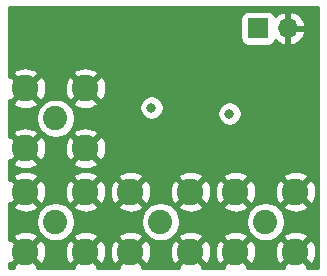
<source format=gbr>
%TF.GenerationSoftware,KiCad,Pcbnew,(5.1.6)-1*%
%TF.CreationDate,2020-09-06T17:04:42-07:00*%
%TF.ProjectId,frontendtest,66726f6e-7465-46e6-9474-6573742e6b69,rev?*%
%TF.SameCoordinates,Original*%
%TF.FileFunction,Copper,L3,Inr*%
%TF.FilePolarity,Positive*%
%FSLAX46Y46*%
G04 Gerber Fmt 4.6, Leading zero omitted, Abs format (unit mm)*
G04 Created by KiCad (PCBNEW (5.1.6)-1) date 2020-09-06 17:04:42*
%MOMM*%
%LPD*%
G01*
G04 APERTURE LIST*
%TA.AperFunction,ViaPad*%
%ADD10C,2.250000*%
%TD*%
%TA.AperFunction,ViaPad*%
%ADD11C,2.050000*%
%TD*%
%TA.AperFunction,ViaPad*%
%ADD12O,1.700000X1.700000*%
%TD*%
%TA.AperFunction,ViaPad*%
%ADD13R,1.700000X1.700000*%
%TD*%
%TA.AperFunction,ViaPad*%
%ADD14C,0.800000*%
%TD*%
%TA.AperFunction,Conductor*%
%ADD15C,0.254000*%
%TD*%
G04 APERTURE END LIST*
D10*
%TO.N,GND*%
%TO.C,J5*%
X82550000Y-130048000D03*
X82550000Y-124968000D03*
X87630000Y-124968000D03*
X87630000Y-130048000D03*
D11*
%TO.N,Net-(1M1-Pad1)*%
X85090000Y-127508000D03*
%TD*%
D12*
%TO.N,GND*%
%TO.C,J2*%
X95885000Y-111125000D03*
D13*
%TO.N,+10V*%
X93345000Y-111125000D03*
%TD*%
D10*
%TO.N,GND*%
%TO.C,J4*%
X91440000Y-130048000D03*
X91440000Y-124968000D03*
X96520000Y-124968000D03*
X96520000Y-130048000D03*
D11*
%TO.N,Net-(100k1-Pad1)*%
X93980000Y-127508000D03*
%TD*%
D10*
%TO.N,GND*%
%TO.C,J3*%
X73660000Y-130048000D03*
X73660000Y-124968000D03*
X78740000Y-124968000D03*
X78740000Y-130048000D03*
D11*
%TO.N,Net-(J3-Pad1)*%
X76200000Y-127508000D03*
%TD*%
D10*
%TO.N,GND*%
%TO.C,J1*%
X73660000Y-121285000D03*
X73660000Y-116205000D03*
X78740000Y-116205000D03*
X78740000Y-121285000D03*
D11*
%TO.N,Net-(1M1-Pad2)*%
X76200000Y-118745000D03*
%TD*%
D14*
%TO.N,GND*%
X91948000Y-119380000D03*
%TO.N,+10V*%
X84328000Y-117856000D03*
X90932000Y-118364000D03*
%TD*%
D15*
%TO.N,GND*%
G36*
X98400001Y-131420000D02*
G01*
X97505952Y-131420000D01*
X97564926Y-131272531D01*
X96520000Y-130227605D01*
X95475074Y-131272531D01*
X95534048Y-131420000D01*
X92425952Y-131420000D01*
X92484926Y-131272531D01*
X91440000Y-130227605D01*
X90395074Y-131272531D01*
X90454048Y-131420000D01*
X88615952Y-131420000D01*
X88674926Y-131272531D01*
X87630000Y-130227605D01*
X86585074Y-131272531D01*
X86644048Y-131420000D01*
X83535952Y-131420000D01*
X83594926Y-131272531D01*
X82550000Y-130227605D01*
X81505074Y-131272531D01*
X81564048Y-131420000D01*
X79725952Y-131420000D01*
X79784926Y-131272531D01*
X78740000Y-130227605D01*
X77695074Y-131272531D01*
X77754048Y-131420000D01*
X74645952Y-131420000D01*
X74704926Y-131272531D01*
X73660000Y-130227605D01*
X72615074Y-131272531D01*
X72674048Y-131420000D01*
X72288000Y-131420000D01*
X72288000Y-131033952D01*
X72435469Y-131092926D01*
X73480395Y-130048000D01*
X73839605Y-130048000D01*
X74884531Y-131092926D01*
X75161714Y-130982079D01*
X75315089Y-130671160D01*
X75404860Y-130336295D01*
X75420004Y-130105650D01*
X76972424Y-130105650D01*
X77017634Y-130449380D01*
X77129034Y-130777685D01*
X77238286Y-130982079D01*
X77515469Y-131092926D01*
X78560395Y-130048000D01*
X78919605Y-130048000D01*
X79964531Y-131092926D01*
X80241714Y-130982079D01*
X80395089Y-130671160D01*
X80484860Y-130336295D01*
X80500004Y-130105650D01*
X80782424Y-130105650D01*
X80827634Y-130449380D01*
X80939034Y-130777685D01*
X81048286Y-130982079D01*
X81325469Y-131092926D01*
X82370395Y-130048000D01*
X82729605Y-130048000D01*
X83774531Y-131092926D01*
X84051714Y-130982079D01*
X84205089Y-130671160D01*
X84294860Y-130336295D01*
X84310004Y-130105650D01*
X85862424Y-130105650D01*
X85907634Y-130449380D01*
X86019034Y-130777685D01*
X86128286Y-130982079D01*
X86405469Y-131092926D01*
X87450395Y-130048000D01*
X87809605Y-130048000D01*
X88854531Y-131092926D01*
X89131714Y-130982079D01*
X89285089Y-130671160D01*
X89374860Y-130336295D01*
X89390004Y-130105650D01*
X89672424Y-130105650D01*
X89717634Y-130449380D01*
X89829034Y-130777685D01*
X89938286Y-130982079D01*
X90215469Y-131092926D01*
X91260395Y-130048000D01*
X91619605Y-130048000D01*
X92664531Y-131092926D01*
X92941714Y-130982079D01*
X93095089Y-130671160D01*
X93184860Y-130336295D01*
X93200004Y-130105650D01*
X94752424Y-130105650D01*
X94797634Y-130449380D01*
X94909034Y-130777685D01*
X95018286Y-130982079D01*
X95295469Y-131092926D01*
X96340395Y-130048000D01*
X96699605Y-130048000D01*
X97744531Y-131092926D01*
X98021714Y-130982079D01*
X98175089Y-130671160D01*
X98264860Y-130336295D01*
X98287576Y-129990350D01*
X98242366Y-129646620D01*
X98130966Y-129318315D01*
X98021714Y-129113921D01*
X97744531Y-129003074D01*
X96699605Y-130048000D01*
X96340395Y-130048000D01*
X95295469Y-129003074D01*
X95018286Y-129113921D01*
X94864911Y-129424840D01*
X94775140Y-129759705D01*
X94752424Y-130105650D01*
X93200004Y-130105650D01*
X93207576Y-129990350D01*
X93162366Y-129646620D01*
X93050966Y-129318315D01*
X92941714Y-129113921D01*
X92664531Y-129003074D01*
X91619605Y-130048000D01*
X91260395Y-130048000D01*
X90215469Y-129003074D01*
X89938286Y-129113921D01*
X89784911Y-129424840D01*
X89695140Y-129759705D01*
X89672424Y-130105650D01*
X89390004Y-130105650D01*
X89397576Y-129990350D01*
X89352366Y-129646620D01*
X89240966Y-129318315D01*
X89131714Y-129113921D01*
X88854531Y-129003074D01*
X87809605Y-130048000D01*
X87450395Y-130048000D01*
X86405469Y-129003074D01*
X86128286Y-129113921D01*
X85974911Y-129424840D01*
X85885140Y-129759705D01*
X85862424Y-130105650D01*
X84310004Y-130105650D01*
X84317576Y-129990350D01*
X84272366Y-129646620D01*
X84160966Y-129318315D01*
X84051714Y-129113921D01*
X83774531Y-129003074D01*
X82729605Y-130048000D01*
X82370395Y-130048000D01*
X81325469Y-129003074D01*
X81048286Y-129113921D01*
X80894911Y-129424840D01*
X80805140Y-129759705D01*
X80782424Y-130105650D01*
X80500004Y-130105650D01*
X80507576Y-129990350D01*
X80462366Y-129646620D01*
X80350966Y-129318315D01*
X80241714Y-129113921D01*
X79964531Y-129003074D01*
X78919605Y-130048000D01*
X78560395Y-130048000D01*
X77515469Y-129003074D01*
X77238286Y-129113921D01*
X77084911Y-129424840D01*
X76995140Y-129759705D01*
X76972424Y-130105650D01*
X75420004Y-130105650D01*
X75427576Y-129990350D01*
X75382366Y-129646620D01*
X75270966Y-129318315D01*
X75161714Y-129113921D01*
X74884531Y-129003074D01*
X73839605Y-130048000D01*
X73480395Y-130048000D01*
X72435469Y-129003074D01*
X72288000Y-129062048D01*
X72288000Y-128823469D01*
X72615074Y-128823469D01*
X73660000Y-129868395D01*
X74704926Y-128823469D01*
X74594079Y-128546286D01*
X74283160Y-128392911D01*
X73948295Y-128303140D01*
X73602350Y-128280424D01*
X73258620Y-128325634D01*
X72930315Y-128437034D01*
X72725921Y-128546286D01*
X72615074Y-128823469D01*
X72288000Y-128823469D01*
X72288000Y-127344504D01*
X74540000Y-127344504D01*
X74540000Y-127671496D01*
X74603793Y-127992204D01*
X74728927Y-128294305D01*
X74910594Y-128566188D01*
X75141812Y-128797406D01*
X75413695Y-128979073D01*
X75715796Y-129104207D01*
X76036504Y-129168000D01*
X76363496Y-129168000D01*
X76684204Y-129104207D01*
X76986305Y-128979073D01*
X77219182Y-128823469D01*
X77695074Y-128823469D01*
X78740000Y-129868395D01*
X79784926Y-128823469D01*
X81505074Y-128823469D01*
X82550000Y-129868395D01*
X83594926Y-128823469D01*
X83484079Y-128546286D01*
X83173160Y-128392911D01*
X82838295Y-128303140D01*
X82492350Y-128280424D01*
X82148620Y-128325634D01*
X81820315Y-128437034D01*
X81615921Y-128546286D01*
X81505074Y-128823469D01*
X79784926Y-128823469D01*
X79674079Y-128546286D01*
X79363160Y-128392911D01*
X79028295Y-128303140D01*
X78682350Y-128280424D01*
X78338620Y-128325634D01*
X78010315Y-128437034D01*
X77805921Y-128546286D01*
X77695074Y-128823469D01*
X77219182Y-128823469D01*
X77258188Y-128797406D01*
X77489406Y-128566188D01*
X77671073Y-128294305D01*
X77796207Y-127992204D01*
X77860000Y-127671496D01*
X77860000Y-127344504D01*
X83430000Y-127344504D01*
X83430000Y-127671496D01*
X83493793Y-127992204D01*
X83618927Y-128294305D01*
X83800594Y-128566188D01*
X84031812Y-128797406D01*
X84303695Y-128979073D01*
X84605796Y-129104207D01*
X84926504Y-129168000D01*
X85253496Y-129168000D01*
X85574204Y-129104207D01*
X85876305Y-128979073D01*
X86109182Y-128823469D01*
X86585074Y-128823469D01*
X87630000Y-129868395D01*
X88674926Y-128823469D01*
X90395074Y-128823469D01*
X91440000Y-129868395D01*
X92484926Y-128823469D01*
X92374079Y-128546286D01*
X92063160Y-128392911D01*
X91728295Y-128303140D01*
X91382350Y-128280424D01*
X91038620Y-128325634D01*
X90710315Y-128437034D01*
X90505921Y-128546286D01*
X90395074Y-128823469D01*
X88674926Y-128823469D01*
X88564079Y-128546286D01*
X88253160Y-128392911D01*
X87918295Y-128303140D01*
X87572350Y-128280424D01*
X87228620Y-128325634D01*
X86900315Y-128437034D01*
X86695921Y-128546286D01*
X86585074Y-128823469D01*
X86109182Y-128823469D01*
X86148188Y-128797406D01*
X86379406Y-128566188D01*
X86561073Y-128294305D01*
X86686207Y-127992204D01*
X86750000Y-127671496D01*
X86750000Y-127344504D01*
X92320000Y-127344504D01*
X92320000Y-127671496D01*
X92383793Y-127992204D01*
X92508927Y-128294305D01*
X92690594Y-128566188D01*
X92921812Y-128797406D01*
X93193695Y-128979073D01*
X93495796Y-129104207D01*
X93816504Y-129168000D01*
X94143496Y-129168000D01*
X94464204Y-129104207D01*
X94766305Y-128979073D01*
X94999182Y-128823469D01*
X95475074Y-128823469D01*
X96520000Y-129868395D01*
X97564926Y-128823469D01*
X97454079Y-128546286D01*
X97143160Y-128392911D01*
X96808295Y-128303140D01*
X96462350Y-128280424D01*
X96118620Y-128325634D01*
X95790315Y-128437034D01*
X95585921Y-128546286D01*
X95475074Y-128823469D01*
X94999182Y-128823469D01*
X95038188Y-128797406D01*
X95269406Y-128566188D01*
X95451073Y-128294305D01*
X95576207Y-127992204D01*
X95640000Y-127671496D01*
X95640000Y-127344504D01*
X95576207Y-127023796D01*
X95451073Y-126721695D01*
X95269406Y-126449812D01*
X95038188Y-126218594D01*
X94999183Y-126192531D01*
X95475074Y-126192531D01*
X95585921Y-126469714D01*
X95896840Y-126623089D01*
X96231705Y-126712860D01*
X96577650Y-126735576D01*
X96921380Y-126690366D01*
X97249685Y-126578966D01*
X97454079Y-126469714D01*
X97564926Y-126192531D01*
X96520000Y-125147605D01*
X95475074Y-126192531D01*
X94999183Y-126192531D01*
X94766305Y-126036927D01*
X94464204Y-125911793D01*
X94143496Y-125848000D01*
X93816504Y-125848000D01*
X93495796Y-125911793D01*
X93193695Y-126036927D01*
X92921812Y-126218594D01*
X92690594Y-126449812D01*
X92508927Y-126721695D01*
X92383793Y-127023796D01*
X92320000Y-127344504D01*
X86750000Y-127344504D01*
X86686207Y-127023796D01*
X86561073Y-126721695D01*
X86379406Y-126449812D01*
X86148188Y-126218594D01*
X86109183Y-126192531D01*
X86585074Y-126192531D01*
X86695921Y-126469714D01*
X87006840Y-126623089D01*
X87341705Y-126712860D01*
X87687650Y-126735576D01*
X88031380Y-126690366D01*
X88359685Y-126578966D01*
X88564079Y-126469714D01*
X88674926Y-126192531D01*
X90395074Y-126192531D01*
X90505921Y-126469714D01*
X90816840Y-126623089D01*
X91151705Y-126712860D01*
X91497650Y-126735576D01*
X91841380Y-126690366D01*
X92169685Y-126578966D01*
X92374079Y-126469714D01*
X92484926Y-126192531D01*
X91440000Y-125147605D01*
X90395074Y-126192531D01*
X88674926Y-126192531D01*
X87630000Y-125147605D01*
X86585074Y-126192531D01*
X86109183Y-126192531D01*
X85876305Y-126036927D01*
X85574204Y-125911793D01*
X85253496Y-125848000D01*
X84926504Y-125848000D01*
X84605796Y-125911793D01*
X84303695Y-126036927D01*
X84031812Y-126218594D01*
X83800594Y-126449812D01*
X83618927Y-126721695D01*
X83493793Y-127023796D01*
X83430000Y-127344504D01*
X77860000Y-127344504D01*
X77796207Y-127023796D01*
X77671073Y-126721695D01*
X77489406Y-126449812D01*
X77258188Y-126218594D01*
X77219183Y-126192531D01*
X77695074Y-126192531D01*
X77805921Y-126469714D01*
X78116840Y-126623089D01*
X78451705Y-126712860D01*
X78797650Y-126735576D01*
X79141380Y-126690366D01*
X79469685Y-126578966D01*
X79674079Y-126469714D01*
X79784926Y-126192531D01*
X81505074Y-126192531D01*
X81615921Y-126469714D01*
X81926840Y-126623089D01*
X82261705Y-126712860D01*
X82607650Y-126735576D01*
X82951380Y-126690366D01*
X83279685Y-126578966D01*
X83484079Y-126469714D01*
X83594926Y-126192531D01*
X82550000Y-125147605D01*
X81505074Y-126192531D01*
X79784926Y-126192531D01*
X78740000Y-125147605D01*
X77695074Y-126192531D01*
X77219183Y-126192531D01*
X76986305Y-126036927D01*
X76684204Y-125911793D01*
X76363496Y-125848000D01*
X76036504Y-125848000D01*
X75715796Y-125911793D01*
X75413695Y-126036927D01*
X75141812Y-126218594D01*
X74910594Y-126449812D01*
X74728927Y-126721695D01*
X74603793Y-127023796D01*
X74540000Y-127344504D01*
X72288000Y-127344504D01*
X72288000Y-126192531D01*
X72615074Y-126192531D01*
X72725921Y-126469714D01*
X73036840Y-126623089D01*
X73371705Y-126712860D01*
X73717650Y-126735576D01*
X74061380Y-126690366D01*
X74389685Y-126578966D01*
X74594079Y-126469714D01*
X74704926Y-126192531D01*
X73660000Y-125147605D01*
X72615074Y-126192531D01*
X72288000Y-126192531D01*
X72288000Y-125953952D01*
X72435469Y-126012926D01*
X73480395Y-124968000D01*
X73839605Y-124968000D01*
X74884531Y-126012926D01*
X75161714Y-125902079D01*
X75315089Y-125591160D01*
X75404860Y-125256295D01*
X75420004Y-125025650D01*
X76972424Y-125025650D01*
X77017634Y-125369380D01*
X77129034Y-125697685D01*
X77238286Y-125902079D01*
X77515469Y-126012926D01*
X78560395Y-124968000D01*
X78919605Y-124968000D01*
X79964531Y-126012926D01*
X80241714Y-125902079D01*
X80395089Y-125591160D01*
X80484860Y-125256295D01*
X80500004Y-125025650D01*
X80782424Y-125025650D01*
X80827634Y-125369380D01*
X80939034Y-125697685D01*
X81048286Y-125902079D01*
X81325469Y-126012926D01*
X82370395Y-124968000D01*
X82729605Y-124968000D01*
X83774531Y-126012926D01*
X84051714Y-125902079D01*
X84205089Y-125591160D01*
X84294860Y-125256295D01*
X84310004Y-125025650D01*
X85862424Y-125025650D01*
X85907634Y-125369380D01*
X86019034Y-125697685D01*
X86128286Y-125902079D01*
X86405469Y-126012926D01*
X87450395Y-124968000D01*
X87809605Y-124968000D01*
X88854531Y-126012926D01*
X89131714Y-125902079D01*
X89285089Y-125591160D01*
X89374860Y-125256295D01*
X89390004Y-125025650D01*
X89672424Y-125025650D01*
X89717634Y-125369380D01*
X89829034Y-125697685D01*
X89938286Y-125902079D01*
X90215469Y-126012926D01*
X91260395Y-124968000D01*
X91619605Y-124968000D01*
X92664531Y-126012926D01*
X92941714Y-125902079D01*
X93095089Y-125591160D01*
X93184860Y-125256295D01*
X93200004Y-125025650D01*
X94752424Y-125025650D01*
X94797634Y-125369380D01*
X94909034Y-125697685D01*
X95018286Y-125902079D01*
X95295469Y-126012926D01*
X96340395Y-124968000D01*
X96699605Y-124968000D01*
X97744531Y-126012926D01*
X98021714Y-125902079D01*
X98175089Y-125591160D01*
X98264860Y-125256295D01*
X98287576Y-124910350D01*
X98242366Y-124566620D01*
X98130966Y-124238315D01*
X98021714Y-124033921D01*
X97744531Y-123923074D01*
X96699605Y-124968000D01*
X96340395Y-124968000D01*
X95295469Y-123923074D01*
X95018286Y-124033921D01*
X94864911Y-124344840D01*
X94775140Y-124679705D01*
X94752424Y-125025650D01*
X93200004Y-125025650D01*
X93207576Y-124910350D01*
X93162366Y-124566620D01*
X93050966Y-124238315D01*
X92941714Y-124033921D01*
X92664531Y-123923074D01*
X91619605Y-124968000D01*
X91260395Y-124968000D01*
X90215469Y-123923074D01*
X89938286Y-124033921D01*
X89784911Y-124344840D01*
X89695140Y-124679705D01*
X89672424Y-125025650D01*
X89390004Y-125025650D01*
X89397576Y-124910350D01*
X89352366Y-124566620D01*
X89240966Y-124238315D01*
X89131714Y-124033921D01*
X88854531Y-123923074D01*
X87809605Y-124968000D01*
X87450395Y-124968000D01*
X86405469Y-123923074D01*
X86128286Y-124033921D01*
X85974911Y-124344840D01*
X85885140Y-124679705D01*
X85862424Y-125025650D01*
X84310004Y-125025650D01*
X84317576Y-124910350D01*
X84272366Y-124566620D01*
X84160966Y-124238315D01*
X84051714Y-124033921D01*
X83774531Y-123923074D01*
X82729605Y-124968000D01*
X82370395Y-124968000D01*
X81325469Y-123923074D01*
X81048286Y-124033921D01*
X80894911Y-124344840D01*
X80805140Y-124679705D01*
X80782424Y-125025650D01*
X80500004Y-125025650D01*
X80507576Y-124910350D01*
X80462366Y-124566620D01*
X80350966Y-124238315D01*
X80241714Y-124033921D01*
X79964531Y-123923074D01*
X78919605Y-124968000D01*
X78560395Y-124968000D01*
X77515469Y-123923074D01*
X77238286Y-124033921D01*
X77084911Y-124344840D01*
X76995140Y-124679705D01*
X76972424Y-125025650D01*
X75420004Y-125025650D01*
X75427576Y-124910350D01*
X75382366Y-124566620D01*
X75270966Y-124238315D01*
X75161714Y-124033921D01*
X74884531Y-123923074D01*
X73839605Y-124968000D01*
X73480395Y-124968000D01*
X72435469Y-123923074D01*
X72288000Y-123982048D01*
X72288000Y-123743469D01*
X72615074Y-123743469D01*
X73660000Y-124788395D01*
X74704926Y-123743469D01*
X77695074Y-123743469D01*
X78740000Y-124788395D01*
X79784926Y-123743469D01*
X81505074Y-123743469D01*
X82550000Y-124788395D01*
X83594926Y-123743469D01*
X86585074Y-123743469D01*
X87630000Y-124788395D01*
X88674926Y-123743469D01*
X90395074Y-123743469D01*
X91440000Y-124788395D01*
X92484926Y-123743469D01*
X95475074Y-123743469D01*
X96520000Y-124788395D01*
X97564926Y-123743469D01*
X97454079Y-123466286D01*
X97143160Y-123312911D01*
X96808295Y-123223140D01*
X96462350Y-123200424D01*
X96118620Y-123245634D01*
X95790315Y-123357034D01*
X95585921Y-123466286D01*
X95475074Y-123743469D01*
X92484926Y-123743469D01*
X92374079Y-123466286D01*
X92063160Y-123312911D01*
X91728295Y-123223140D01*
X91382350Y-123200424D01*
X91038620Y-123245634D01*
X90710315Y-123357034D01*
X90505921Y-123466286D01*
X90395074Y-123743469D01*
X88674926Y-123743469D01*
X88564079Y-123466286D01*
X88253160Y-123312911D01*
X87918295Y-123223140D01*
X87572350Y-123200424D01*
X87228620Y-123245634D01*
X86900315Y-123357034D01*
X86695921Y-123466286D01*
X86585074Y-123743469D01*
X83594926Y-123743469D01*
X83484079Y-123466286D01*
X83173160Y-123312911D01*
X82838295Y-123223140D01*
X82492350Y-123200424D01*
X82148620Y-123245634D01*
X81820315Y-123357034D01*
X81615921Y-123466286D01*
X81505074Y-123743469D01*
X79784926Y-123743469D01*
X79674079Y-123466286D01*
X79363160Y-123312911D01*
X79028295Y-123223140D01*
X78682350Y-123200424D01*
X78338620Y-123245634D01*
X78010315Y-123357034D01*
X77805921Y-123466286D01*
X77695074Y-123743469D01*
X74704926Y-123743469D01*
X74594079Y-123466286D01*
X74283160Y-123312911D01*
X73948295Y-123223140D01*
X73602350Y-123200424D01*
X73258620Y-123245634D01*
X72930315Y-123357034D01*
X72725921Y-123466286D01*
X72615074Y-123743469D01*
X72288000Y-123743469D01*
X72288000Y-122509531D01*
X72615074Y-122509531D01*
X72725921Y-122786714D01*
X73036840Y-122940089D01*
X73371705Y-123029860D01*
X73717650Y-123052576D01*
X74061380Y-123007366D01*
X74389685Y-122895966D01*
X74594079Y-122786714D01*
X74704926Y-122509531D01*
X77695074Y-122509531D01*
X77805921Y-122786714D01*
X78116840Y-122940089D01*
X78451705Y-123029860D01*
X78797650Y-123052576D01*
X79141380Y-123007366D01*
X79469685Y-122895966D01*
X79674079Y-122786714D01*
X79784926Y-122509531D01*
X78740000Y-121464605D01*
X77695074Y-122509531D01*
X74704926Y-122509531D01*
X73660000Y-121464605D01*
X72615074Y-122509531D01*
X72288000Y-122509531D01*
X72288000Y-122270952D01*
X72435469Y-122329926D01*
X73480395Y-121285000D01*
X73839605Y-121285000D01*
X74884531Y-122329926D01*
X75161714Y-122219079D01*
X75315089Y-121908160D01*
X75404860Y-121573295D01*
X75420004Y-121342650D01*
X76972424Y-121342650D01*
X77017634Y-121686380D01*
X77129034Y-122014685D01*
X77238286Y-122219079D01*
X77515469Y-122329926D01*
X78560395Y-121285000D01*
X78919605Y-121285000D01*
X79964531Y-122329926D01*
X80241714Y-122219079D01*
X80395089Y-121908160D01*
X80484860Y-121573295D01*
X80507576Y-121227350D01*
X80462366Y-120883620D01*
X80350966Y-120555315D01*
X80241714Y-120350921D01*
X79964531Y-120240074D01*
X78919605Y-121285000D01*
X78560395Y-121285000D01*
X77515469Y-120240074D01*
X77238286Y-120350921D01*
X77084911Y-120661840D01*
X76995140Y-120996705D01*
X76972424Y-121342650D01*
X75420004Y-121342650D01*
X75427576Y-121227350D01*
X75382366Y-120883620D01*
X75270966Y-120555315D01*
X75161714Y-120350921D01*
X74884531Y-120240074D01*
X73839605Y-121285000D01*
X73480395Y-121285000D01*
X72435469Y-120240074D01*
X72288000Y-120299048D01*
X72288000Y-120060469D01*
X72615074Y-120060469D01*
X73660000Y-121105395D01*
X74704926Y-120060469D01*
X74594079Y-119783286D01*
X74283160Y-119629911D01*
X73948295Y-119540140D01*
X73602350Y-119517424D01*
X73258620Y-119562634D01*
X72930315Y-119674034D01*
X72725921Y-119783286D01*
X72615074Y-120060469D01*
X72288000Y-120060469D01*
X72288000Y-118581504D01*
X74540000Y-118581504D01*
X74540000Y-118908496D01*
X74603793Y-119229204D01*
X74728927Y-119531305D01*
X74910594Y-119803188D01*
X75141812Y-120034406D01*
X75413695Y-120216073D01*
X75715796Y-120341207D01*
X76036504Y-120405000D01*
X76363496Y-120405000D01*
X76684204Y-120341207D01*
X76986305Y-120216073D01*
X77219182Y-120060469D01*
X77695074Y-120060469D01*
X78740000Y-121105395D01*
X79784926Y-120060469D01*
X79674079Y-119783286D01*
X79363160Y-119629911D01*
X79028295Y-119540140D01*
X78682350Y-119517424D01*
X78338620Y-119562634D01*
X78010315Y-119674034D01*
X77805921Y-119783286D01*
X77695074Y-120060469D01*
X77219182Y-120060469D01*
X77258188Y-120034406D01*
X77489406Y-119803188D01*
X77671073Y-119531305D01*
X77796207Y-119229204D01*
X77860000Y-118908496D01*
X77860000Y-118581504D01*
X77796207Y-118260796D01*
X77671073Y-117958695D01*
X77489406Y-117686812D01*
X77258188Y-117455594D01*
X77219183Y-117429531D01*
X77695074Y-117429531D01*
X77805921Y-117706714D01*
X78116840Y-117860089D01*
X78451705Y-117949860D01*
X78797650Y-117972576D01*
X79141380Y-117927366D01*
X79469685Y-117815966D01*
X79585499Y-117754061D01*
X83293000Y-117754061D01*
X83293000Y-117957939D01*
X83332774Y-118157898D01*
X83410795Y-118346256D01*
X83524063Y-118515774D01*
X83668226Y-118659937D01*
X83837744Y-118773205D01*
X84026102Y-118851226D01*
X84226061Y-118891000D01*
X84429939Y-118891000D01*
X84629898Y-118851226D01*
X84818256Y-118773205D01*
X84987774Y-118659937D01*
X85131937Y-118515774D01*
X85245205Y-118346256D01*
X85280079Y-118262061D01*
X89897000Y-118262061D01*
X89897000Y-118465939D01*
X89936774Y-118665898D01*
X90014795Y-118854256D01*
X90128063Y-119023774D01*
X90272226Y-119167937D01*
X90441744Y-119281205D01*
X90630102Y-119359226D01*
X90830061Y-119399000D01*
X91033939Y-119399000D01*
X91233898Y-119359226D01*
X91422256Y-119281205D01*
X91591774Y-119167937D01*
X91735937Y-119023774D01*
X91849205Y-118854256D01*
X91927226Y-118665898D01*
X91967000Y-118465939D01*
X91967000Y-118262061D01*
X91927226Y-118062102D01*
X91849205Y-117873744D01*
X91735937Y-117704226D01*
X91591774Y-117560063D01*
X91422256Y-117446795D01*
X91233898Y-117368774D01*
X91033939Y-117329000D01*
X90830061Y-117329000D01*
X90630102Y-117368774D01*
X90441744Y-117446795D01*
X90272226Y-117560063D01*
X90128063Y-117704226D01*
X90014795Y-117873744D01*
X89936774Y-118062102D01*
X89897000Y-118262061D01*
X85280079Y-118262061D01*
X85323226Y-118157898D01*
X85363000Y-117957939D01*
X85363000Y-117754061D01*
X85323226Y-117554102D01*
X85245205Y-117365744D01*
X85131937Y-117196226D01*
X84987774Y-117052063D01*
X84818256Y-116938795D01*
X84629898Y-116860774D01*
X84429939Y-116821000D01*
X84226061Y-116821000D01*
X84026102Y-116860774D01*
X83837744Y-116938795D01*
X83668226Y-117052063D01*
X83524063Y-117196226D01*
X83410795Y-117365744D01*
X83332774Y-117554102D01*
X83293000Y-117754061D01*
X79585499Y-117754061D01*
X79674079Y-117706714D01*
X79784926Y-117429531D01*
X78740000Y-116384605D01*
X77695074Y-117429531D01*
X77219183Y-117429531D01*
X76986305Y-117273927D01*
X76684204Y-117148793D01*
X76363496Y-117085000D01*
X76036504Y-117085000D01*
X75715796Y-117148793D01*
X75413695Y-117273927D01*
X75141812Y-117455594D01*
X74910594Y-117686812D01*
X74728927Y-117958695D01*
X74603793Y-118260796D01*
X74540000Y-118581504D01*
X72288000Y-118581504D01*
X72288000Y-117429531D01*
X72615074Y-117429531D01*
X72725921Y-117706714D01*
X73036840Y-117860089D01*
X73371705Y-117949860D01*
X73717650Y-117972576D01*
X74061380Y-117927366D01*
X74389685Y-117815966D01*
X74594079Y-117706714D01*
X74704926Y-117429531D01*
X73660000Y-116384605D01*
X72615074Y-117429531D01*
X72288000Y-117429531D01*
X72288000Y-117190952D01*
X72435469Y-117249926D01*
X73480395Y-116205000D01*
X73839605Y-116205000D01*
X74884531Y-117249926D01*
X75161714Y-117139079D01*
X75315089Y-116828160D01*
X75404860Y-116493295D01*
X75420004Y-116262650D01*
X76972424Y-116262650D01*
X77017634Y-116606380D01*
X77129034Y-116934685D01*
X77238286Y-117139079D01*
X77515469Y-117249926D01*
X78560395Y-116205000D01*
X78919605Y-116205000D01*
X79964531Y-117249926D01*
X80241714Y-117139079D01*
X80395089Y-116828160D01*
X80484860Y-116493295D01*
X80507576Y-116147350D01*
X80462366Y-115803620D01*
X80350966Y-115475315D01*
X80241714Y-115270921D01*
X79964531Y-115160074D01*
X78919605Y-116205000D01*
X78560395Y-116205000D01*
X77515469Y-115160074D01*
X77238286Y-115270921D01*
X77084911Y-115581840D01*
X76995140Y-115916705D01*
X76972424Y-116262650D01*
X75420004Y-116262650D01*
X75427576Y-116147350D01*
X75382366Y-115803620D01*
X75270966Y-115475315D01*
X75161714Y-115270921D01*
X74884531Y-115160074D01*
X73839605Y-116205000D01*
X73480395Y-116205000D01*
X72435469Y-115160074D01*
X72288000Y-115219048D01*
X72288000Y-114980469D01*
X72615074Y-114980469D01*
X73660000Y-116025395D01*
X74704926Y-114980469D01*
X77695074Y-114980469D01*
X78740000Y-116025395D01*
X79784926Y-114980469D01*
X79674079Y-114703286D01*
X79363160Y-114549911D01*
X79028295Y-114460140D01*
X78682350Y-114437424D01*
X78338620Y-114482634D01*
X78010315Y-114594034D01*
X77805921Y-114703286D01*
X77695074Y-114980469D01*
X74704926Y-114980469D01*
X74594079Y-114703286D01*
X74283160Y-114549911D01*
X73948295Y-114460140D01*
X73602350Y-114437424D01*
X73258620Y-114482634D01*
X72930315Y-114594034D01*
X72725921Y-114703286D01*
X72615074Y-114980469D01*
X72288000Y-114980469D01*
X72288000Y-110275000D01*
X91856928Y-110275000D01*
X91856928Y-111975000D01*
X91869188Y-112099482D01*
X91905498Y-112219180D01*
X91964463Y-112329494D01*
X92043815Y-112426185D01*
X92140506Y-112505537D01*
X92250820Y-112564502D01*
X92370518Y-112600812D01*
X92495000Y-112613072D01*
X94195000Y-112613072D01*
X94319482Y-112600812D01*
X94439180Y-112564502D01*
X94549494Y-112505537D01*
X94646185Y-112426185D01*
X94725537Y-112329494D01*
X94784502Y-112219180D01*
X94808966Y-112138534D01*
X94884731Y-112222588D01*
X95118080Y-112396641D01*
X95380901Y-112521825D01*
X95528110Y-112566476D01*
X95758000Y-112445155D01*
X95758000Y-111252000D01*
X96012000Y-111252000D01*
X96012000Y-112445155D01*
X96241890Y-112566476D01*
X96389099Y-112521825D01*
X96651920Y-112396641D01*
X96885269Y-112222588D01*
X97080178Y-112006355D01*
X97229157Y-111756252D01*
X97326481Y-111481891D01*
X97205814Y-111252000D01*
X96012000Y-111252000D01*
X95758000Y-111252000D01*
X95738000Y-111252000D01*
X95738000Y-110998000D01*
X95758000Y-110998000D01*
X95758000Y-109804845D01*
X96012000Y-109804845D01*
X96012000Y-110998000D01*
X97205814Y-110998000D01*
X97326481Y-110768109D01*
X97229157Y-110493748D01*
X97080178Y-110243645D01*
X96885269Y-110027412D01*
X96651920Y-109853359D01*
X96389099Y-109728175D01*
X96241890Y-109683524D01*
X96012000Y-109804845D01*
X95758000Y-109804845D01*
X95528110Y-109683524D01*
X95380901Y-109728175D01*
X95118080Y-109853359D01*
X94884731Y-110027412D01*
X94808966Y-110111466D01*
X94784502Y-110030820D01*
X94725537Y-109920506D01*
X94646185Y-109823815D01*
X94549494Y-109744463D01*
X94439180Y-109685498D01*
X94319482Y-109649188D01*
X94195000Y-109636928D01*
X92495000Y-109636928D01*
X92370518Y-109649188D01*
X92250820Y-109685498D01*
X92140506Y-109744463D01*
X92043815Y-109823815D01*
X91964463Y-109920506D01*
X91905498Y-110030820D01*
X91869188Y-110150518D01*
X91856928Y-110275000D01*
X72288000Y-110275000D01*
X72288000Y-109372000D01*
X98400000Y-109372000D01*
X98400001Y-131420000D01*
G37*
X98400001Y-131420000D02*
X97505952Y-131420000D01*
X97564926Y-131272531D01*
X96520000Y-130227605D01*
X95475074Y-131272531D01*
X95534048Y-131420000D01*
X92425952Y-131420000D01*
X92484926Y-131272531D01*
X91440000Y-130227605D01*
X90395074Y-131272531D01*
X90454048Y-131420000D01*
X88615952Y-131420000D01*
X88674926Y-131272531D01*
X87630000Y-130227605D01*
X86585074Y-131272531D01*
X86644048Y-131420000D01*
X83535952Y-131420000D01*
X83594926Y-131272531D01*
X82550000Y-130227605D01*
X81505074Y-131272531D01*
X81564048Y-131420000D01*
X79725952Y-131420000D01*
X79784926Y-131272531D01*
X78740000Y-130227605D01*
X77695074Y-131272531D01*
X77754048Y-131420000D01*
X74645952Y-131420000D01*
X74704926Y-131272531D01*
X73660000Y-130227605D01*
X72615074Y-131272531D01*
X72674048Y-131420000D01*
X72288000Y-131420000D01*
X72288000Y-131033952D01*
X72435469Y-131092926D01*
X73480395Y-130048000D01*
X73839605Y-130048000D01*
X74884531Y-131092926D01*
X75161714Y-130982079D01*
X75315089Y-130671160D01*
X75404860Y-130336295D01*
X75420004Y-130105650D01*
X76972424Y-130105650D01*
X77017634Y-130449380D01*
X77129034Y-130777685D01*
X77238286Y-130982079D01*
X77515469Y-131092926D01*
X78560395Y-130048000D01*
X78919605Y-130048000D01*
X79964531Y-131092926D01*
X80241714Y-130982079D01*
X80395089Y-130671160D01*
X80484860Y-130336295D01*
X80500004Y-130105650D01*
X80782424Y-130105650D01*
X80827634Y-130449380D01*
X80939034Y-130777685D01*
X81048286Y-130982079D01*
X81325469Y-131092926D01*
X82370395Y-130048000D01*
X82729605Y-130048000D01*
X83774531Y-131092926D01*
X84051714Y-130982079D01*
X84205089Y-130671160D01*
X84294860Y-130336295D01*
X84310004Y-130105650D01*
X85862424Y-130105650D01*
X85907634Y-130449380D01*
X86019034Y-130777685D01*
X86128286Y-130982079D01*
X86405469Y-131092926D01*
X87450395Y-130048000D01*
X87809605Y-130048000D01*
X88854531Y-131092926D01*
X89131714Y-130982079D01*
X89285089Y-130671160D01*
X89374860Y-130336295D01*
X89390004Y-130105650D01*
X89672424Y-130105650D01*
X89717634Y-130449380D01*
X89829034Y-130777685D01*
X89938286Y-130982079D01*
X90215469Y-131092926D01*
X91260395Y-130048000D01*
X91619605Y-130048000D01*
X92664531Y-131092926D01*
X92941714Y-130982079D01*
X93095089Y-130671160D01*
X93184860Y-130336295D01*
X93200004Y-130105650D01*
X94752424Y-130105650D01*
X94797634Y-130449380D01*
X94909034Y-130777685D01*
X95018286Y-130982079D01*
X95295469Y-131092926D01*
X96340395Y-130048000D01*
X96699605Y-130048000D01*
X97744531Y-131092926D01*
X98021714Y-130982079D01*
X98175089Y-130671160D01*
X98264860Y-130336295D01*
X98287576Y-129990350D01*
X98242366Y-129646620D01*
X98130966Y-129318315D01*
X98021714Y-129113921D01*
X97744531Y-129003074D01*
X96699605Y-130048000D01*
X96340395Y-130048000D01*
X95295469Y-129003074D01*
X95018286Y-129113921D01*
X94864911Y-129424840D01*
X94775140Y-129759705D01*
X94752424Y-130105650D01*
X93200004Y-130105650D01*
X93207576Y-129990350D01*
X93162366Y-129646620D01*
X93050966Y-129318315D01*
X92941714Y-129113921D01*
X92664531Y-129003074D01*
X91619605Y-130048000D01*
X91260395Y-130048000D01*
X90215469Y-129003074D01*
X89938286Y-129113921D01*
X89784911Y-129424840D01*
X89695140Y-129759705D01*
X89672424Y-130105650D01*
X89390004Y-130105650D01*
X89397576Y-129990350D01*
X89352366Y-129646620D01*
X89240966Y-129318315D01*
X89131714Y-129113921D01*
X88854531Y-129003074D01*
X87809605Y-130048000D01*
X87450395Y-130048000D01*
X86405469Y-129003074D01*
X86128286Y-129113921D01*
X85974911Y-129424840D01*
X85885140Y-129759705D01*
X85862424Y-130105650D01*
X84310004Y-130105650D01*
X84317576Y-129990350D01*
X84272366Y-129646620D01*
X84160966Y-129318315D01*
X84051714Y-129113921D01*
X83774531Y-129003074D01*
X82729605Y-130048000D01*
X82370395Y-130048000D01*
X81325469Y-129003074D01*
X81048286Y-129113921D01*
X80894911Y-129424840D01*
X80805140Y-129759705D01*
X80782424Y-130105650D01*
X80500004Y-130105650D01*
X80507576Y-129990350D01*
X80462366Y-129646620D01*
X80350966Y-129318315D01*
X80241714Y-129113921D01*
X79964531Y-129003074D01*
X78919605Y-130048000D01*
X78560395Y-130048000D01*
X77515469Y-129003074D01*
X77238286Y-129113921D01*
X77084911Y-129424840D01*
X76995140Y-129759705D01*
X76972424Y-130105650D01*
X75420004Y-130105650D01*
X75427576Y-129990350D01*
X75382366Y-129646620D01*
X75270966Y-129318315D01*
X75161714Y-129113921D01*
X74884531Y-129003074D01*
X73839605Y-130048000D01*
X73480395Y-130048000D01*
X72435469Y-129003074D01*
X72288000Y-129062048D01*
X72288000Y-128823469D01*
X72615074Y-128823469D01*
X73660000Y-129868395D01*
X74704926Y-128823469D01*
X74594079Y-128546286D01*
X74283160Y-128392911D01*
X73948295Y-128303140D01*
X73602350Y-128280424D01*
X73258620Y-128325634D01*
X72930315Y-128437034D01*
X72725921Y-128546286D01*
X72615074Y-128823469D01*
X72288000Y-128823469D01*
X72288000Y-127344504D01*
X74540000Y-127344504D01*
X74540000Y-127671496D01*
X74603793Y-127992204D01*
X74728927Y-128294305D01*
X74910594Y-128566188D01*
X75141812Y-128797406D01*
X75413695Y-128979073D01*
X75715796Y-129104207D01*
X76036504Y-129168000D01*
X76363496Y-129168000D01*
X76684204Y-129104207D01*
X76986305Y-128979073D01*
X77219182Y-128823469D01*
X77695074Y-128823469D01*
X78740000Y-129868395D01*
X79784926Y-128823469D01*
X81505074Y-128823469D01*
X82550000Y-129868395D01*
X83594926Y-128823469D01*
X83484079Y-128546286D01*
X83173160Y-128392911D01*
X82838295Y-128303140D01*
X82492350Y-128280424D01*
X82148620Y-128325634D01*
X81820315Y-128437034D01*
X81615921Y-128546286D01*
X81505074Y-128823469D01*
X79784926Y-128823469D01*
X79674079Y-128546286D01*
X79363160Y-128392911D01*
X79028295Y-128303140D01*
X78682350Y-128280424D01*
X78338620Y-128325634D01*
X78010315Y-128437034D01*
X77805921Y-128546286D01*
X77695074Y-128823469D01*
X77219182Y-128823469D01*
X77258188Y-128797406D01*
X77489406Y-128566188D01*
X77671073Y-128294305D01*
X77796207Y-127992204D01*
X77860000Y-127671496D01*
X77860000Y-127344504D01*
X83430000Y-127344504D01*
X83430000Y-127671496D01*
X83493793Y-127992204D01*
X83618927Y-128294305D01*
X83800594Y-128566188D01*
X84031812Y-128797406D01*
X84303695Y-128979073D01*
X84605796Y-129104207D01*
X84926504Y-129168000D01*
X85253496Y-129168000D01*
X85574204Y-129104207D01*
X85876305Y-128979073D01*
X86109182Y-128823469D01*
X86585074Y-128823469D01*
X87630000Y-129868395D01*
X88674926Y-128823469D01*
X90395074Y-128823469D01*
X91440000Y-129868395D01*
X92484926Y-128823469D01*
X92374079Y-128546286D01*
X92063160Y-128392911D01*
X91728295Y-128303140D01*
X91382350Y-128280424D01*
X91038620Y-128325634D01*
X90710315Y-128437034D01*
X90505921Y-128546286D01*
X90395074Y-128823469D01*
X88674926Y-128823469D01*
X88564079Y-128546286D01*
X88253160Y-128392911D01*
X87918295Y-128303140D01*
X87572350Y-128280424D01*
X87228620Y-128325634D01*
X86900315Y-128437034D01*
X86695921Y-128546286D01*
X86585074Y-128823469D01*
X86109182Y-128823469D01*
X86148188Y-128797406D01*
X86379406Y-128566188D01*
X86561073Y-128294305D01*
X86686207Y-127992204D01*
X86750000Y-127671496D01*
X86750000Y-127344504D01*
X92320000Y-127344504D01*
X92320000Y-127671496D01*
X92383793Y-127992204D01*
X92508927Y-128294305D01*
X92690594Y-128566188D01*
X92921812Y-128797406D01*
X93193695Y-128979073D01*
X93495796Y-129104207D01*
X93816504Y-129168000D01*
X94143496Y-129168000D01*
X94464204Y-129104207D01*
X94766305Y-128979073D01*
X94999182Y-128823469D01*
X95475074Y-128823469D01*
X96520000Y-129868395D01*
X97564926Y-128823469D01*
X97454079Y-128546286D01*
X97143160Y-128392911D01*
X96808295Y-128303140D01*
X96462350Y-128280424D01*
X96118620Y-128325634D01*
X95790315Y-128437034D01*
X95585921Y-128546286D01*
X95475074Y-128823469D01*
X94999182Y-128823469D01*
X95038188Y-128797406D01*
X95269406Y-128566188D01*
X95451073Y-128294305D01*
X95576207Y-127992204D01*
X95640000Y-127671496D01*
X95640000Y-127344504D01*
X95576207Y-127023796D01*
X95451073Y-126721695D01*
X95269406Y-126449812D01*
X95038188Y-126218594D01*
X94999183Y-126192531D01*
X95475074Y-126192531D01*
X95585921Y-126469714D01*
X95896840Y-126623089D01*
X96231705Y-126712860D01*
X96577650Y-126735576D01*
X96921380Y-126690366D01*
X97249685Y-126578966D01*
X97454079Y-126469714D01*
X97564926Y-126192531D01*
X96520000Y-125147605D01*
X95475074Y-126192531D01*
X94999183Y-126192531D01*
X94766305Y-126036927D01*
X94464204Y-125911793D01*
X94143496Y-125848000D01*
X93816504Y-125848000D01*
X93495796Y-125911793D01*
X93193695Y-126036927D01*
X92921812Y-126218594D01*
X92690594Y-126449812D01*
X92508927Y-126721695D01*
X92383793Y-127023796D01*
X92320000Y-127344504D01*
X86750000Y-127344504D01*
X86686207Y-127023796D01*
X86561073Y-126721695D01*
X86379406Y-126449812D01*
X86148188Y-126218594D01*
X86109183Y-126192531D01*
X86585074Y-126192531D01*
X86695921Y-126469714D01*
X87006840Y-126623089D01*
X87341705Y-126712860D01*
X87687650Y-126735576D01*
X88031380Y-126690366D01*
X88359685Y-126578966D01*
X88564079Y-126469714D01*
X88674926Y-126192531D01*
X90395074Y-126192531D01*
X90505921Y-126469714D01*
X90816840Y-126623089D01*
X91151705Y-126712860D01*
X91497650Y-126735576D01*
X91841380Y-126690366D01*
X92169685Y-126578966D01*
X92374079Y-126469714D01*
X92484926Y-126192531D01*
X91440000Y-125147605D01*
X90395074Y-126192531D01*
X88674926Y-126192531D01*
X87630000Y-125147605D01*
X86585074Y-126192531D01*
X86109183Y-126192531D01*
X85876305Y-126036927D01*
X85574204Y-125911793D01*
X85253496Y-125848000D01*
X84926504Y-125848000D01*
X84605796Y-125911793D01*
X84303695Y-126036927D01*
X84031812Y-126218594D01*
X83800594Y-126449812D01*
X83618927Y-126721695D01*
X83493793Y-127023796D01*
X83430000Y-127344504D01*
X77860000Y-127344504D01*
X77796207Y-127023796D01*
X77671073Y-126721695D01*
X77489406Y-126449812D01*
X77258188Y-126218594D01*
X77219183Y-126192531D01*
X77695074Y-126192531D01*
X77805921Y-126469714D01*
X78116840Y-126623089D01*
X78451705Y-126712860D01*
X78797650Y-126735576D01*
X79141380Y-126690366D01*
X79469685Y-126578966D01*
X79674079Y-126469714D01*
X79784926Y-126192531D01*
X81505074Y-126192531D01*
X81615921Y-126469714D01*
X81926840Y-126623089D01*
X82261705Y-126712860D01*
X82607650Y-126735576D01*
X82951380Y-126690366D01*
X83279685Y-126578966D01*
X83484079Y-126469714D01*
X83594926Y-126192531D01*
X82550000Y-125147605D01*
X81505074Y-126192531D01*
X79784926Y-126192531D01*
X78740000Y-125147605D01*
X77695074Y-126192531D01*
X77219183Y-126192531D01*
X76986305Y-126036927D01*
X76684204Y-125911793D01*
X76363496Y-125848000D01*
X76036504Y-125848000D01*
X75715796Y-125911793D01*
X75413695Y-126036927D01*
X75141812Y-126218594D01*
X74910594Y-126449812D01*
X74728927Y-126721695D01*
X74603793Y-127023796D01*
X74540000Y-127344504D01*
X72288000Y-127344504D01*
X72288000Y-126192531D01*
X72615074Y-126192531D01*
X72725921Y-126469714D01*
X73036840Y-126623089D01*
X73371705Y-126712860D01*
X73717650Y-126735576D01*
X74061380Y-126690366D01*
X74389685Y-126578966D01*
X74594079Y-126469714D01*
X74704926Y-126192531D01*
X73660000Y-125147605D01*
X72615074Y-126192531D01*
X72288000Y-126192531D01*
X72288000Y-125953952D01*
X72435469Y-126012926D01*
X73480395Y-124968000D01*
X73839605Y-124968000D01*
X74884531Y-126012926D01*
X75161714Y-125902079D01*
X75315089Y-125591160D01*
X75404860Y-125256295D01*
X75420004Y-125025650D01*
X76972424Y-125025650D01*
X77017634Y-125369380D01*
X77129034Y-125697685D01*
X77238286Y-125902079D01*
X77515469Y-126012926D01*
X78560395Y-124968000D01*
X78919605Y-124968000D01*
X79964531Y-126012926D01*
X80241714Y-125902079D01*
X80395089Y-125591160D01*
X80484860Y-125256295D01*
X80500004Y-125025650D01*
X80782424Y-125025650D01*
X80827634Y-125369380D01*
X80939034Y-125697685D01*
X81048286Y-125902079D01*
X81325469Y-126012926D01*
X82370395Y-124968000D01*
X82729605Y-124968000D01*
X83774531Y-126012926D01*
X84051714Y-125902079D01*
X84205089Y-125591160D01*
X84294860Y-125256295D01*
X84310004Y-125025650D01*
X85862424Y-125025650D01*
X85907634Y-125369380D01*
X86019034Y-125697685D01*
X86128286Y-125902079D01*
X86405469Y-126012926D01*
X87450395Y-124968000D01*
X87809605Y-124968000D01*
X88854531Y-126012926D01*
X89131714Y-125902079D01*
X89285089Y-125591160D01*
X89374860Y-125256295D01*
X89390004Y-125025650D01*
X89672424Y-125025650D01*
X89717634Y-125369380D01*
X89829034Y-125697685D01*
X89938286Y-125902079D01*
X90215469Y-126012926D01*
X91260395Y-124968000D01*
X91619605Y-124968000D01*
X92664531Y-126012926D01*
X92941714Y-125902079D01*
X93095089Y-125591160D01*
X93184860Y-125256295D01*
X93200004Y-125025650D01*
X94752424Y-125025650D01*
X94797634Y-125369380D01*
X94909034Y-125697685D01*
X95018286Y-125902079D01*
X95295469Y-126012926D01*
X96340395Y-124968000D01*
X96699605Y-124968000D01*
X97744531Y-126012926D01*
X98021714Y-125902079D01*
X98175089Y-125591160D01*
X98264860Y-125256295D01*
X98287576Y-124910350D01*
X98242366Y-124566620D01*
X98130966Y-124238315D01*
X98021714Y-124033921D01*
X97744531Y-123923074D01*
X96699605Y-124968000D01*
X96340395Y-124968000D01*
X95295469Y-123923074D01*
X95018286Y-124033921D01*
X94864911Y-124344840D01*
X94775140Y-124679705D01*
X94752424Y-125025650D01*
X93200004Y-125025650D01*
X93207576Y-124910350D01*
X93162366Y-124566620D01*
X93050966Y-124238315D01*
X92941714Y-124033921D01*
X92664531Y-123923074D01*
X91619605Y-124968000D01*
X91260395Y-124968000D01*
X90215469Y-123923074D01*
X89938286Y-124033921D01*
X89784911Y-124344840D01*
X89695140Y-124679705D01*
X89672424Y-125025650D01*
X89390004Y-125025650D01*
X89397576Y-124910350D01*
X89352366Y-124566620D01*
X89240966Y-124238315D01*
X89131714Y-124033921D01*
X88854531Y-123923074D01*
X87809605Y-124968000D01*
X87450395Y-124968000D01*
X86405469Y-123923074D01*
X86128286Y-124033921D01*
X85974911Y-124344840D01*
X85885140Y-124679705D01*
X85862424Y-125025650D01*
X84310004Y-125025650D01*
X84317576Y-124910350D01*
X84272366Y-124566620D01*
X84160966Y-124238315D01*
X84051714Y-124033921D01*
X83774531Y-123923074D01*
X82729605Y-124968000D01*
X82370395Y-124968000D01*
X81325469Y-123923074D01*
X81048286Y-124033921D01*
X80894911Y-124344840D01*
X80805140Y-124679705D01*
X80782424Y-125025650D01*
X80500004Y-125025650D01*
X80507576Y-124910350D01*
X80462366Y-124566620D01*
X80350966Y-124238315D01*
X80241714Y-124033921D01*
X79964531Y-123923074D01*
X78919605Y-124968000D01*
X78560395Y-124968000D01*
X77515469Y-123923074D01*
X77238286Y-124033921D01*
X77084911Y-124344840D01*
X76995140Y-124679705D01*
X76972424Y-125025650D01*
X75420004Y-125025650D01*
X75427576Y-124910350D01*
X75382366Y-124566620D01*
X75270966Y-124238315D01*
X75161714Y-124033921D01*
X74884531Y-123923074D01*
X73839605Y-124968000D01*
X73480395Y-124968000D01*
X72435469Y-123923074D01*
X72288000Y-123982048D01*
X72288000Y-123743469D01*
X72615074Y-123743469D01*
X73660000Y-124788395D01*
X74704926Y-123743469D01*
X77695074Y-123743469D01*
X78740000Y-124788395D01*
X79784926Y-123743469D01*
X81505074Y-123743469D01*
X82550000Y-124788395D01*
X83594926Y-123743469D01*
X86585074Y-123743469D01*
X87630000Y-124788395D01*
X88674926Y-123743469D01*
X90395074Y-123743469D01*
X91440000Y-124788395D01*
X92484926Y-123743469D01*
X95475074Y-123743469D01*
X96520000Y-124788395D01*
X97564926Y-123743469D01*
X97454079Y-123466286D01*
X97143160Y-123312911D01*
X96808295Y-123223140D01*
X96462350Y-123200424D01*
X96118620Y-123245634D01*
X95790315Y-123357034D01*
X95585921Y-123466286D01*
X95475074Y-123743469D01*
X92484926Y-123743469D01*
X92374079Y-123466286D01*
X92063160Y-123312911D01*
X91728295Y-123223140D01*
X91382350Y-123200424D01*
X91038620Y-123245634D01*
X90710315Y-123357034D01*
X90505921Y-123466286D01*
X90395074Y-123743469D01*
X88674926Y-123743469D01*
X88564079Y-123466286D01*
X88253160Y-123312911D01*
X87918295Y-123223140D01*
X87572350Y-123200424D01*
X87228620Y-123245634D01*
X86900315Y-123357034D01*
X86695921Y-123466286D01*
X86585074Y-123743469D01*
X83594926Y-123743469D01*
X83484079Y-123466286D01*
X83173160Y-123312911D01*
X82838295Y-123223140D01*
X82492350Y-123200424D01*
X82148620Y-123245634D01*
X81820315Y-123357034D01*
X81615921Y-123466286D01*
X81505074Y-123743469D01*
X79784926Y-123743469D01*
X79674079Y-123466286D01*
X79363160Y-123312911D01*
X79028295Y-123223140D01*
X78682350Y-123200424D01*
X78338620Y-123245634D01*
X78010315Y-123357034D01*
X77805921Y-123466286D01*
X77695074Y-123743469D01*
X74704926Y-123743469D01*
X74594079Y-123466286D01*
X74283160Y-123312911D01*
X73948295Y-123223140D01*
X73602350Y-123200424D01*
X73258620Y-123245634D01*
X72930315Y-123357034D01*
X72725921Y-123466286D01*
X72615074Y-123743469D01*
X72288000Y-123743469D01*
X72288000Y-122509531D01*
X72615074Y-122509531D01*
X72725921Y-122786714D01*
X73036840Y-122940089D01*
X73371705Y-123029860D01*
X73717650Y-123052576D01*
X74061380Y-123007366D01*
X74389685Y-122895966D01*
X74594079Y-122786714D01*
X74704926Y-122509531D01*
X77695074Y-122509531D01*
X77805921Y-122786714D01*
X78116840Y-122940089D01*
X78451705Y-123029860D01*
X78797650Y-123052576D01*
X79141380Y-123007366D01*
X79469685Y-122895966D01*
X79674079Y-122786714D01*
X79784926Y-122509531D01*
X78740000Y-121464605D01*
X77695074Y-122509531D01*
X74704926Y-122509531D01*
X73660000Y-121464605D01*
X72615074Y-122509531D01*
X72288000Y-122509531D01*
X72288000Y-122270952D01*
X72435469Y-122329926D01*
X73480395Y-121285000D01*
X73839605Y-121285000D01*
X74884531Y-122329926D01*
X75161714Y-122219079D01*
X75315089Y-121908160D01*
X75404860Y-121573295D01*
X75420004Y-121342650D01*
X76972424Y-121342650D01*
X77017634Y-121686380D01*
X77129034Y-122014685D01*
X77238286Y-122219079D01*
X77515469Y-122329926D01*
X78560395Y-121285000D01*
X78919605Y-121285000D01*
X79964531Y-122329926D01*
X80241714Y-122219079D01*
X80395089Y-121908160D01*
X80484860Y-121573295D01*
X80507576Y-121227350D01*
X80462366Y-120883620D01*
X80350966Y-120555315D01*
X80241714Y-120350921D01*
X79964531Y-120240074D01*
X78919605Y-121285000D01*
X78560395Y-121285000D01*
X77515469Y-120240074D01*
X77238286Y-120350921D01*
X77084911Y-120661840D01*
X76995140Y-120996705D01*
X76972424Y-121342650D01*
X75420004Y-121342650D01*
X75427576Y-121227350D01*
X75382366Y-120883620D01*
X75270966Y-120555315D01*
X75161714Y-120350921D01*
X74884531Y-120240074D01*
X73839605Y-121285000D01*
X73480395Y-121285000D01*
X72435469Y-120240074D01*
X72288000Y-120299048D01*
X72288000Y-120060469D01*
X72615074Y-120060469D01*
X73660000Y-121105395D01*
X74704926Y-120060469D01*
X74594079Y-119783286D01*
X74283160Y-119629911D01*
X73948295Y-119540140D01*
X73602350Y-119517424D01*
X73258620Y-119562634D01*
X72930315Y-119674034D01*
X72725921Y-119783286D01*
X72615074Y-120060469D01*
X72288000Y-120060469D01*
X72288000Y-118581504D01*
X74540000Y-118581504D01*
X74540000Y-118908496D01*
X74603793Y-119229204D01*
X74728927Y-119531305D01*
X74910594Y-119803188D01*
X75141812Y-120034406D01*
X75413695Y-120216073D01*
X75715796Y-120341207D01*
X76036504Y-120405000D01*
X76363496Y-120405000D01*
X76684204Y-120341207D01*
X76986305Y-120216073D01*
X77219182Y-120060469D01*
X77695074Y-120060469D01*
X78740000Y-121105395D01*
X79784926Y-120060469D01*
X79674079Y-119783286D01*
X79363160Y-119629911D01*
X79028295Y-119540140D01*
X78682350Y-119517424D01*
X78338620Y-119562634D01*
X78010315Y-119674034D01*
X77805921Y-119783286D01*
X77695074Y-120060469D01*
X77219182Y-120060469D01*
X77258188Y-120034406D01*
X77489406Y-119803188D01*
X77671073Y-119531305D01*
X77796207Y-119229204D01*
X77860000Y-118908496D01*
X77860000Y-118581504D01*
X77796207Y-118260796D01*
X77671073Y-117958695D01*
X77489406Y-117686812D01*
X77258188Y-117455594D01*
X77219183Y-117429531D01*
X77695074Y-117429531D01*
X77805921Y-117706714D01*
X78116840Y-117860089D01*
X78451705Y-117949860D01*
X78797650Y-117972576D01*
X79141380Y-117927366D01*
X79469685Y-117815966D01*
X79585499Y-117754061D01*
X83293000Y-117754061D01*
X83293000Y-117957939D01*
X83332774Y-118157898D01*
X83410795Y-118346256D01*
X83524063Y-118515774D01*
X83668226Y-118659937D01*
X83837744Y-118773205D01*
X84026102Y-118851226D01*
X84226061Y-118891000D01*
X84429939Y-118891000D01*
X84629898Y-118851226D01*
X84818256Y-118773205D01*
X84987774Y-118659937D01*
X85131937Y-118515774D01*
X85245205Y-118346256D01*
X85280079Y-118262061D01*
X89897000Y-118262061D01*
X89897000Y-118465939D01*
X89936774Y-118665898D01*
X90014795Y-118854256D01*
X90128063Y-119023774D01*
X90272226Y-119167937D01*
X90441744Y-119281205D01*
X90630102Y-119359226D01*
X90830061Y-119399000D01*
X91033939Y-119399000D01*
X91233898Y-119359226D01*
X91422256Y-119281205D01*
X91591774Y-119167937D01*
X91735937Y-119023774D01*
X91849205Y-118854256D01*
X91927226Y-118665898D01*
X91967000Y-118465939D01*
X91967000Y-118262061D01*
X91927226Y-118062102D01*
X91849205Y-117873744D01*
X91735937Y-117704226D01*
X91591774Y-117560063D01*
X91422256Y-117446795D01*
X91233898Y-117368774D01*
X91033939Y-117329000D01*
X90830061Y-117329000D01*
X90630102Y-117368774D01*
X90441744Y-117446795D01*
X90272226Y-117560063D01*
X90128063Y-117704226D01*
X90014795Y-117873744D01*
X89936774Y-118062102D01*
X89897000Y-118262061D01*
X85280079Y-118262061D01*
X85323226Y-118157898D01*
X85363000Y-117957939D01*
X85363000Y-117754061D01*
X85323226Y-117554102D01*
X85245205Y-117365744D01*
X85131937Y-117196226D01*
X84987774Y-117052063D01*
X84818256Y-116938795D01*
X84629898Y-116860774D01*
X84429939Y-116821000D01*
X84226061Y-116821000D01*
X84026102Y-116860774D01*
X83837744Y-116938795D01*
X83668226Y-117052063D01*
X83524063Y-117196226D01*
X83410795Y-117365744D01*
X83332774Y-117554102D01*
X83293000Y-117754061D01*
X79585499Y-117754061D01*
X79674079Y-117706714D01*
X79784926Y-117429531D01*
X78740000Y-116384605D01*
X77695074Y-117429531D01*
X77219183Y-117429531D01*
X76986305Y-117273927D01*
X76684204Y-117148793D01*
X76363496Y-117085000D01*
X76036504Y-117085000D01*
X75715796Y-117148793D01*
X75413695Y-117273927D01*
X75141812Y-117455594D01*
X74910594Y-117686812D01*
X74728927Y-117958695D01*
X74603793Y-118260796D01*
X74540000Y-118581504D01*
X72288000Y-118581504D01*
X72288000Y-117429531D01*
X72615074Y-117429531D01*
X72725921Y-117706714D01*
X73036840Y-117860089D01*
X73371705Y-117949860D01*
X73717650Y-117972576D01*
X74061380Y-117927366D01*
X74389685Y-117815966D01*
X74594079Y-117706714D01*
X74704926Y-117429531D01*
X73660000Y-116384605D01*
X72615074Y-117429531D01*
X72288000Y-117429531D01*
X72288000Y-117190952D01*
X72435469Y-117249926D01*
X73480395Y-116205000D01*
X73839605Y-116205000D01*
X74884531Y-117249926D01*
X75161714Y-117139079D01*
X75315089Y-116828160D01*
X75404860Y-116493295D01*
X75420004Y-116262650D01*
X76972424Y-116262650D01*
X77017634Y-116606380D01*
X77129034Y-116934685D01*
X77238286Y-117139079D01*
X77515469Y-117249926D01*
X78560395Y-116205000D01*
X78919605Y-116205000D01*
X79964531Y-117249926D01*
X80241714Y-117139079D01*
X80395089Y-116828160D01*
X80484860Y-116493295D01*
X80507576Y-116147350D01*
X80462366Y-115803620D01*
X80350966Y-115475315D01*
X80241714Y-115270921D01*
X79964531Y-115160074D01*
X78919605Y-116205000D01*
X78560395Y-116205000D01*
X77515469Y-115160074D01*
X77238286Y-115270921D01*
X77084911Y-115581840D01*
X76995140Y-115916705D01*
X76972424Y-116262650D01*
X75420004Y-116262650D01*
X75427576Y-116147350D01*
X75382366Y-115803620D01*
X75270966Y-115475315D01*
X75161714Y-115270921D01*
X74884531Y-115160074D01*
X73839605Y-116205000D01*
X73480395Y-116205000D01*
X72435469Y-115160074D01*
X72288000Y-115219048D01*
X72288000Y-114980469D01*
X72615074Y-114980469D01*
X73660000Y-116025395D01*
X74704926Y-114980469D01*
X77695074Y-114980469D01*
X78740000Y-116025395D01*
X79784926Y-114980469D01*
X79674079Y-114703286D01*
X79363160Y-114549911D01*
X79028295Y-114460140D01*
X78682350Y-114437424D01*
X78338620Y-114482634D01*
X78010315Y-114594034D01*
X77805921Y-114703286D01*
X77695074Y-114980469D01*
X74704926Y-114980469D01*
X74594079Y-114703286D01*
X74283160Y-114549911D01*
X73948295Y-114460140D01*
X73602350Y-114437424D01*
X73258620Y-114482634D01*
X72930315Y-114594034D01*
X72725921Y-114703286D01*
X72615074Y-114980469D01*
X72288000Y-114980469D01*
X72288000Y-110275000D01*
X91856928Y-110275000D01*
X91856928Y-111975000D01*
X91869188Y-112099482D01*
X91905498Y-112219180D01*
X91964463Y-112329494D01*
X92043815Y-112426185D01*
X92140506Y-112505537D01*
X92250820Y-112564502D01*
X92370518Y-112600812D01*
X92495000Y-112613072D01*
X94195000Y-112613072D01*
X94319482Y-112600812D01*
X94439180Y-112564502D01*
X94549494Y-112505537D01*
X94646185Y-112426185D01*
X94725537Y-112329494D01*
X94784502Y-112219180D01*
X94808966Y-112138534D01*
X94884731Y-112222588D01*
X95118080Y-112396641D01*
X95380901Y-112521825D01*
X95528110Y-112566476D01*
X95758000Y-112445155D01*
X95758000Y-111252000D01*
X96012000Y-111252000D01*
X96012000Y-112445155D01*
X96241890Y-112566476D01*
X96389099Y-112521825D01*
X96651920Y-112396641D01*
X96885269Y-112222588D01*
X97080178Y-112006355D01*
X97229157Y-111756252D01*
X97326481Y-111481891D01*
X97205814Y-111252000D01*
X96012000Y-111252000D01*
X95758000Y-111252000D01*
X95738000Y-111252000D01*
X95738000Y-110998000D01*
X95758000Y-110998000D01*
X95758000Y-109804845D01*
X96012000Y-109804845D01*
X96012000Y-110998000D01*
X97205814Y-110998000D01*
X97326481Y-110768109D01*
X97229157Y-110493748D01*
X97080178Y-110243645D01*
X96885269Y-110027412D01*
X96651920Y-109853359D01*
X96389099Y-109728175D01*
X96241890Y-109683524D01*
X96012000Y-109804845D01*
X95758000Y-109804845D01*
X95528110Y-109683524D01*
X95380901Y-109728175D01*
X95118080Y-109853359D01*
X94884731Y-110027412D01*
X94808966Y-110111466D01*
X94784502Y-110030820D01*
X94725537Y-109920506D01*
X94646185Y-109823815D01*
X94549494Y-109744463D01*
X94439180Y-109685498D01*
X94319482Y-109649188D01*
X94195000Y-109636928D01*
X92495000Y-109636928D01*
X92370518Y-109649188D01*
X92250820Y-109685498D01*
X92140506Y-109744463D01*
X92043815Y-109823815D01*
X91964463Y-109920506D01*
X91905498Y-110030820D01*
X91869188Y-110150518D01*
X91856928Y-110275000D01*
X72288000Y-110275000D01*
X72288000Y-109372000D01*
X98400000Y-109372000D01*
X98400001Y-131420000D01*
%TD*%
M02*

</source>
